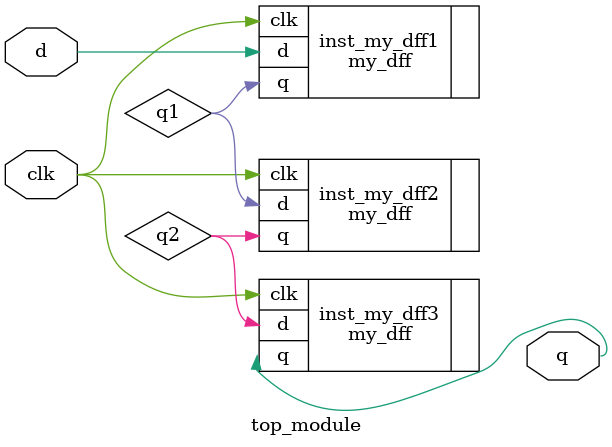
<source format=v>
module top_module ( input clk, input d, output q );
    wire q1, q2;
    my_dff inst_my_dff1(
        .clk(clk),
        .d(d),
        .q(q1)
        );
    my_dff inst_my_dff2(
        .clk(clk),
        .d(q1),
        .q(q2)
        );
    my_dff inst_my_dff3(
        .clk(clk),
        .d(q2),
        .q(q)
        );
endmodule

</source>
